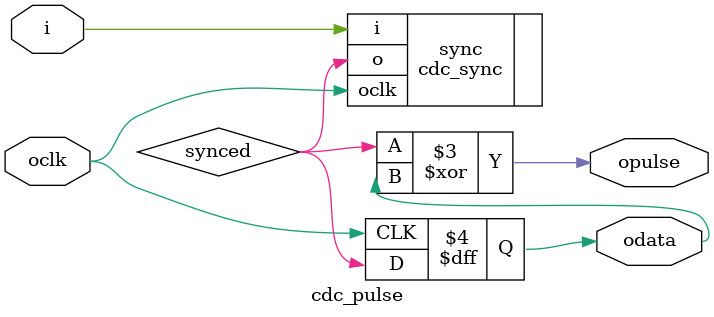
<source format=sv>

module cdc_pulse
#(
	parameter integer SYNC_STAGES = 2
) (
	input logic oclk,
	input logic i,
	output logic opulse,
	output logic odata
);

logic synced;
cdc_sync #(.STAGES(SYNC_STAGES)) sync (.oclk(oclk), .i(i), .o(synced));

always_ff @(posedge oclk)
	odata <= synced;

always_comb
	opulse = synced ^ odata;

endmodule

</source>
